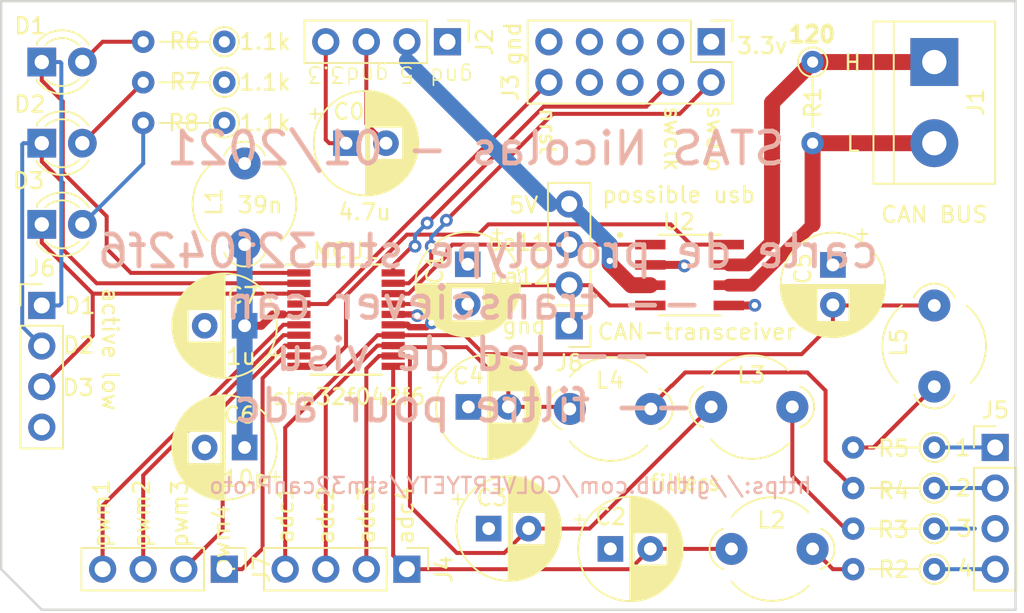
<source format=kicad_pcb>
(kicad_pcb (version 20171130) (host pcbnew 5.1.5+dfsg1-2build2)
  (layers (0 F.Cu signal) (1 In1.Cu power) (2 In2.Cu power) (31 B.Cu signal) (34 B.Paste user) (35 F.Paste user) (36 B.SilkS user) (37 F.SilkS user) (38 B.Mask user) (39 F.Mask user) (44 Edge.Cuts user))
  (net 0 "")
  (net 1 GND)
  (net 2 +3V3)
  (net 3 adc4)
  (net 4 adc3)
  (net 5 adc2)
  (net 6 adc1)
  (net 7 +3.3VA)
  (net 8 led2)
  (net 9 "Net-(D1-Pad2)")
  (net 10 "Net-(D2-Pad2)")
  (net 11 led3)
  (net 12 led4)
  (net 13 "Net-(D3-Pad2)")
  (net 14 CANH)
  (net 15 CANL)
  (net 16 +5V)
  (net 17 swdio)
  (net 18 swclk)
  (net 19 "Net-(J3-Pad6)")
  (net 20 "Net-(J3-Pad7)")
  (net 21 "Net-(J3-Pad8)")
  (net 22 nrst)
  (net 23 "Net-(J5-Pad1)")
  (net 24 "Net-(J5-Pad2)")
  (net 25 "Net-(J5-Pad3)")
  (net 26 "Net-(J5-Pad4)")
  (net 27 pwm4)
  (net 28 pwm3)
  (net 29 pwm2)
  (net 30 pwm1)
  (net 31 can_tx)
  (net 32 can_rx)
  (net 33 "Net-(L2-Pad1)")
  (net 34 "Net-(L3-Pad1)")
  (net 35 "Net-(L4-Pad1)")
  (net 36 "Net-(L5-Pad1)")
  (net 37 can_inh)
  (module Capacitor_THT:CP_Radial_D6.3mm_P2.50mm (layer F.Cu) (at 120.65 105.41)
    (fp_text reference C0 (at 0.1778 -1.9812) (layer F.SilkS))
    (fp_text value 4.7u)
    (pad 2 thru_hole circle (at 2.5 0) (size 1.6 1.6) (drill 0.8) (layers *.Cu *.Mask) (net 1 GND))
    (pad 1 thru_hole rect (at 0 0) (size 1.6 1.6) (drill 0.8) (layers *.Cu *.Mask) (net 2 +3V3))
  )
  (module Capacitor_THT:CP_Radial_D6.3mm_P2.50mm (layer F.Cu) (at 128.27 112.99 270)
    (fp_text reference C1 (at 0.294 2.0574 90) (layer F.SilkS))
    (fp_text value 100n)
    (pad 1 thru_hole rect (at 0 0 270) (size 1.6 1.6) (drill 0.8) (layers *.Cu *.Mask) (net 2 +3V3))
    (pad 2 thru_hole circle (at 2.5 0 270) (size 1.6 1.6) (drill 0.8) (layers *.Cu *.Mask) (net 1 GND))
  )
  (module Capacitor_THT:CP_Radial_D6.3mm_P2.50mm (layer F.Cu) (at 137.2 130.81)
    (fp_text reference C2 (at 0.0108 -2.0066) (layer F.SilkS))
    (fp_text value 4.7u)
    (pad 2 thru_hole circle (at 2.5 0) (size 1.6 1.6) (drill 0.8) (layers *.Cu *.Mask) (net 3 adc4))
    (pad 1 thru_hole rect (at 0 0) (size 1.6 1.6) (drill 0.8) (layers *.Cu *.Mask) (net 1 GND))
  )
  (module Capacitor_THT:CP_Radial_D6.3mm_P2.50mm (layer F.Cu) (at 129.58 129.54)
    (fp_text reference C3 (at 0.2013 -1.9304) (layer F.SilkS))
    (fp_text value 4.7u)
    (pad 1 thru_hole rect (at 0 0) (size 1.6 1.6) (drill 0.8) (layers *.Cu *.Mask) (net 1 GND))
    (pad 2 thru_hole circle (at 2.5 0) (size 1.6 1.6) (drill 0.8) (layers *.Cu *.Mask) (net 4 adc3))
  )
  (module Capacitor_THT:CP_Radial_D6.3mm_P2.50mm (layer F.Cu) (at 128.31 121.92)
    (fp_text reference C4 (at -0.0019 -1.9431) (layer F.SilkS))
    (fp_text value 4.7u)
    (pad 2 thru_hole circle (at 2.5 0) (size 1.6 1.6) (drill 0.8) (layers *.Cu *.Mask) (net 5 adc2))
    (pad 1 thru_hole rect (at 0 0) (size 1.6 1.6) (drill 0.8) (layers *.Cu *.Mask) (net 1 GND))
  )
  (module Capacitor_THT:CP_Radial_D6.3mm_P2.50mm (layer F.Cu) (at 151.13 113.03 270)
    (fp_text reference C5 (at 0.2413 1.8796 90) (layer F.SilkS))
    (fp_text value 4.7u)
    (pad 1 thru_hole rect (at 0 0 270) (size 1.6 1.6) (drill 0.8) (layers *.Cu *.Mask) (net 1 GND))
    (pad 2 thru_hole circle (at 2.5 0 270) (size 1.6 1.6) (drill 0.8) (layers *.Cu *.Mask) (net 6 adc1))
  )
  (module Capacitor_THT:CP_Radial_D6.3mm_P2.50mm (layer F.Cu) (at 114.3 124.46 180)
    (fp_text reference C6 (at 0.3175 2.0193) (layer F.SilkS))
    (fp_text value 1u)
    (pad 1 thru_hole rect (at 0 0 180) (size 1.6 1.6) (drill 0.8) (layers *.Cu *.Mask) (net 7 +3.3VA))
    (pad 2 thru_hole circle (at 2.5 0 180) (size 1.6 1.6) (drill 0.8) (layers *.Cu *.Mask) (net 1 GND))
  )
  (module Capacitor_THT:CP_Radial_D6.3mm_P2.50mm (layer F.Cu) (at 114.3 116.84 180)
    (fp_text reference C7 (at 0.1143 1.8796) (layer F.SilkS))
    (fp_text value 10n)
    (pad 2 thru_hole circle (at 2.5 0 180) (size 1.6 1.6) (drill 0.8) (layers *.Cu *.Mask) (net 1 GND))
    (pad 1 thru_hole rect (at 0 0 180) (size 1.6 1.6) (drill 0.8) (layers *.Cu *.Mask) (net 7 +3.3VA))
  )
  (module LED_THT:LED_D3.0mm (layer F.Cu) (at 101.6 100.33)
    (fp_text reference D1 (at -0.7366 -2.2606) (layer F.SilkS))
    (fp_text value LED)
    (pad 1 thru_hole rect (at 0 0) (size 1.8 1.8) (drill 0.9) (layers *.Cu *.Mask) (net 8 led2))
    (pad 2 thru_hole circle (at 2.54 0) (size 1.8 1.8) (drill 0.9) (layers *.Cu *.Mask) (net 9 "Net-(D1-Pad2)"))
  )
  (module LED_THT:LED_D3.0mm (layer F.Cu) (at 101.6 105.41)
    (fp_text reference D2 (at -0.7493 -2.4384) (layer F.SilkS))
    (fp_text value LED)
    (pad 2 thru_hole circle (at 2.54 0) (size 1.8 1.8) (drill 0.9) (layers *.Cu *.Mask) (net 10 "Net-(D2-Pad2)"))
    (pad 1 thru_hole rect (at 0 0) (size 1.8 1.8) (drill 0.9) (layers *.Cu *.Mask) (net 11 led3))
  )
  (module LED_THT:LED_D3.0mm (layer F.Cu) (at 101.6 110.49)
    (fp_text reference D3 (at -0.8255 -2.7178) (layer F.SilkS))
    (fp_text value LED)
    (pad 1 thru_hole rect (at 0 0) (size 1.8 1.8) (drill 0.9) (layers *.Cu *.Mask) (net 12 led4))
    (pad 2 thru_hole circle (at 2.54 0) (size 1.8 1.8) (drill 0.9) (layers *.Cu *.Mask) (net 13 "Net-(D3-Pad2)"))
  )
  (module TerminalBlock:TerminalBlock_bornier-2_P5.08mm (layer F.Cu) (at 157.48 100.33 270)
    (fp_text reference J1 (at 2.5146 -2.5908 90) (layer F.SilkS))
    (fp_text value Screw_Terminal_01x02)
    (pad 1 thru_hole rect (at 0 0 270) (size 3 3) (drill 1.52) (layers *.Cu *.Mask) (net 14 CANH))
    (pad 2 thru_hole circle (at 5.08 0 270) (size 3 3) (drill 1.52) (layers *.Cu *.Mask) (net 15 CANL))
  )
  (module Connector_PinHeader_2.54mm:PinHeader_1x04_P2.54mm_Vertical (layer F.Cu) (at 127 99.06 270)
    (fp_text reference J2 (at 0 -2.33 90) (layer F.SilkS))
    (fp_text value Conn_01x04_Female)
    (pad 4 thru_hole oval (at 0 7.62 270) (size 1.7 1.7) (drill 1) (layers *.Cu *.Mask) (net 2 +3V3))
    (pad 3 thru_hole oval (at 0 5.08 270) (size 1.7 1.7) (drill 1) (layers *.Cu *.Mask) (net 1 GND))
    (pad 2 thru_hole oval (at 0 2.54 270) (size 1.7 1.7) (drill 1) (layers *.Cu *.Mask) (net 16 +5V))
    (pad 1 thru_hole rect (at 0 0 270) (size 1.7 1.7) (drill 1) (layers *.Cu *.Mask) (net 1 GND))
  )
  (module Connector_PinHeader_2.54mm:PinHeader_2x05_P2.54mm_Vertical (layer F.Cu) (at 143.51 99.06 270)
    (fp_text reference J3 (at 2.8702 12.573 90) (layer F.SilkS))
    (fp_text value Conn_02x05_Odd_Even)
    (pad 1 thru_hole rect (at 0 0 270) (size 1.7 1.7) (drill 1) (layers *.Cu *.Mask) (net 2 +3V3))
    (pad 2 thru_hole oval (at 2.54 0 270) (size 1.7 1.7) (drill 1) (layers *.Cu *.Mask) (net 17 swdio))
    (pad 3 thru_hole oval (at 0 2.54 270) (size 1.7 1.7) (drill 1) (layers *.Cu *.Mask) (net 1 GND))
    (pad 4 thru_hole oval (at 2.54 2.54 270) (size 1.7 1.7) (drill 1) (layers *.Cu *.Mask) (net 18 swclk))
    (pad 5 thru_hole oval (at 0 5.08 270) (size 1.7 1.7) (drill 1) (layers *.Cu *.Mask) (net 1 GND))
    (pad 6 thru_hole oval (at 2.54 5.08 270) (size 1.7 1.7) (drill 1) (layers *.Cu *.Mask) (net 19 "Net-(J3-Pad6)"))
    (pad 7 thru_hole oval (at 0 7.62 270) (size 1.7 1.7) (drill 1) (layers *.Cu *.Mask) (net 20 "Net-(J3-Pad7)"))
    (pad 8 thru_hole oval (at 2.54 7.62 270) (size 1.7 1.7) (drill 1) (layers *.Cu *.Mask) (net 21 "Net-(J3-Pad8)"))
    (pad 9 thru_hole oval (at 0 10.16 270) (size 1.7 1.7) (drill 1) (layers *.Cu *.Mask) (net 1 GND))
    (pad 10 thru_hole oval (at 2.54 10.16 270) (size 1.7 1.7) (drill 1) (layers *.Cu *.Mask) (net 22 nrst))
  )
  (module Connector_PinHeader_2.54mm:PinHeader_1x04_P2.54mm_Vertical (layer F.Cu) (at 124.46 132.08 270)
    (fp_text reference J4 (at 0 -2.33 90) (layer F.SilkS))
    (fp_text value Conn_01x04_Female)
    (pad 4 thru_hole oval (at 0 7.62 270) (size 1.7 1.7) (drill 1) (layers *.Cu *.Mask) (net 6 adc1))
    (pad 3 thru_hole oval (at 0 5.08 270) (size 1.7 1.7) (drill 1) (layers *.Cu *.Mask) (net 5 adc2))
    (pad 2 thru_hole oval (at 0 2.54 270) (size 1.7 1.7) (drill 1) (layers *.Cu *.Mask) (net 4 adc3))
    (pad 1 thru_hole rect (at 0 0 270) (size 1.7 1.7) (drill 1) (layers *.Cu *.Mask) (net 3 adc4))
  )
  (module Connector_PinHeader_2.54mm:PinHeader_1x04_P2.54mm_Vertical (layer F.Cu) (at 161.29 124.46)
    (fp_text reference J5 (at 0 -2.33) (layer F.SilkS))
    (fp_text value Conn_01x04_Female)
    (pad 1 thru_hole rect (at 0 0) (size 1.7 1.7) (drill 1) (layers *.Cu *.Mask) (net 23 "Net-(J5-Pad1)"))
    (pad 2 thru_hole oval (at 0 2.54) (size 1.7 1.7) (drill 1) (layers *.Cu *.Mask) (net 24 "Net-(J5-Pad2)"))
    (pad 3 thru_hole oval (at 0 5.08) (size 1.7 1.7) (drill 1) (layers *.Cu *.Mask) (net 25 "Net-(J5-Pad3)"))
    (pad 4 thru_hole oval (at 0 7.62) (size 1.7 1.7) (drill 1) (layers *.Cu *.Mask) (net 26 "Net-(J5-Pad4)"))
  )
  (module Connector_PinHeader_2.54mm:PinHeader_1x04_P2.54mm_Vertical (layer F.Cu) (at 101.6 115.57)
    (fp_text reference J6 (at 0 -2.33) (layer F.SilkS))
    (fp_text value Conn_01x03_Female)
    (pad 1 thru_hole rect (at 0 0) (size 1.7 1.7) (drill 1) (layers *.Cu *.Mask) (net 8 led2))
    (pad 2 thru_hole oval (at 0 2.54) (size 1.7 1.7) (drill 1) (layers *.Cu *.Mask) (net 11 led3))
    (pad 3 thru_hole oval (at 0 5.08) (size 1.7 1.7) (drill 1) (layers *.Cu *.Mask) (net 12 led4))
    (pad 4 thru_hole oval (at 0 7.62) (size 1.7 1.7) (drill 1) (layers *.Cu *.Mask))
  )
  (module Connector_PinHeader_2.54mm:PinHeader_1x04_P2.54mm_Vertical (layer F.Cu) (at 113.03 132.08 270)
    (fp_text reference J7 (at 0 -2.33 90) (layer F.SilkS))
    (fp_text value Conn_01x04_Female)
    (pad 1 thru_hole rect (at 0 0 270) (size 1.7 1.7) (drill 1) (layers *.Cu *.Mask) (net 27 pwm4))
    (pad 2 thru_hole oval (at 0 2.54 270) (size 1.7 1.7) (drill 1) (layers *.Cu *.Mask) (net 28 pwm3))
    (pad 3 thru_hole oval (at 0 5.08 270) (size 1.7 1.7) (drill 1) (layers *.Cu *.Mask) (net 29 pwm2))
    (pad 4 thru_hole oval (at 0 7.62 270) (size 1.7 1.7) (drill 1) (layers *.Cu *.Mask) (net 30 pwm1))
  )
  (module Connector_PinHeader_2.54mm:PinHeader_1x04_P2.54mm_Vertical (layer F.Cu) (at 134.62 116.84 180)
    (fp_text reference J8 (at 0 -2.33) (layer F.SilkS))
    (fp_text value Conn_01x04_Female)
    (pad 4 thru_hole oval (at 0 7.62 180) (size 1.7 1.7) (drill 1) (layers *.Cu *.Mask) (net 16 +5V))
    (pad 3 thru_hole oval (at 0 5.08 180) (size 1.7 1.7) (drill 1) (layers *.Cu *.Mask) (net 31 can_tx))
    (pad 2 thru_hole oval (at 0 2.54 180) (size 1.7 1.7) (drill 1) (layers *.Cu *.Mask) (net 32 can_rx))
    (pad 1 thru_hole rect (at 0 0 180) (size 1.7 1.7) (drill 1) (layers *.Cu *.Mask) (net 1 GND))
  )
  (module Ferrite_THT:LairdTech_28C0236-0JW-10 (layer F.Cu) (at 114.3 111.76 90)
    (fp_text reference L1 (at 2.6797 -1.9177 90) (layer F.SilkS))
    (fp_text value 39n)
    (pad 2 thru_hole circle (at 5.08 0 90) (size 2 2) (drill 0.8) (layers *.Cu *.Mask) (net 2 +3V3))
    (pad 1 thru_hole circle (at 0 0 90) (size 2 2) (drill 0.8) (layers *.Cu *.Mask) (net 7 +3.3VA))
  )
  (module Ferrite_THT:LairdTech_28C0236-0JW-10 (layer F.Cu) (at 149.86 130.81 180)
    (fp_text reference L2 (at 2.5781 1.8034) (layer F.SilkS))
    (fp_text value 39n)
    (pad 1 thru_hole circle (at 0 0 180) (size 2 2) (drill 0.8) (layers *.Cu *.Mask) (net 33 "Net-(L2-Pad1)"))
    (pad 2 thru_hole circle (at 5.08 0 180) (size 2 2) (drill 0.8) (layers *.Cu *.Mask) (net 3 adc4))
  )
  (module Ferrite_THT:LairdTech_28C0236-0JW-10 (layer F.Cu) (at 148.59 121.92 180)
    (fp_text reference L3 (at 2.5654 1.9939) (layer F.SilkS))
    (fp_text value 39n)
    (pad 2 thru_hole circle (at 5.08 0 180) (size 2 2) (drill 0.8) (layers *.Cu *.Mask) (net 4 adc3))
    (pad 1 thru_hole circle (at 0 0 180) (size 2 2) (drill 0.8) (layers *.Cu *.Mask) (net 34 "Net-(L3-Pad1)"))
  )
  (module Ferrite_THT:LairdTech_28C0236-0JW-10 (layer F.Cu) (at 139.7381 122.047 180)
    (fp_text reference L4 (at 2.5654 1.7907) (layer F.SilkS))
    (fp_text value 39n)
    (pad 1 thru_hole circle (at 0 0 180) (size 2 2) (drill 0.8) (layers *.Cu *.Mask) (net 35 "Net-(L4-Pad1)"))
    (pad 2 thru_hole circle (at 5.08 0 180) (size 2 2) (drill 0.8) (layers *.Cu *.Mask) (net 5 adc2))
  )
  (module Ferrite_THT:LairdTech_28C0236-0JW-10 (layer F.Cu) (at 157.48 120.65 90)
    (fp_text reference L5 (at 2.7686 -2.2352 90) (layer F.SilkS))
    (fp_text value 39n)
    (pad 2 thru_hole circle (at 5.08 0 90) (size 2 2) (drill 0.8) (layers *.Cu *.Mask) (net 6 adc1))
    (pad 1 thru_hole circle (at 0 0 90) (size 2 2) (drill 0.8) (layers *.Cu *.Mask) (net 36 "Net-(L5-Pad1)"))
  )
  (module Package_SO:TSSOP-20_4.4x6.5mm_P0.65mm (layer F.Cu) (at 120.65 116.455)
    (fp_text reference MCU1 (at 0 -4.3) (layer F.SilkS))
    (fp_text value STM32F042F6Px)
    (pad 1 smd rect (at -2.95 -2.925) (size 1.45 0.45) (layers F.Cu F.Paste F.Mask) (net 8 led2))
    (pad 2 smd rect (at -2.95 -2.275) (size 1.45 0.45) (layers F.Cu F.Paste F.Mask) (net 11 led3))
    (pad 3 smd rect (at -2.95 -1.625) (size 1.45 0.45) (layers F.Cu F.Paste F.Mask) (net 12 led4))
    (pad 4 smd rect (at -2.95 -0.975) (size 1.45 0.45) (layers F.Cu F.Paste F.Mask) (net 22 nrst))
    (pad 5 smd rect (at -2.95 -0.325) (size 1.45 0.45) (layers F.Cu F.Paste F.Mask) (net 7 +3.3VA))
    (pad 6 smd rect (at -2.95 0.325) (size 1.45 0.45) (layers F.Cu F.Paste F.Mask) (net 30 pwm1))
    (pad 7 smd rect (at -2.95 0.975) (size 1.45 0.45) (layers F.Cu F.Paste F.Mask) (net 29 pwm2))
    (pad 8 smd rect (at -2.95 1.625) (size 1.45 0.45) (layers F.Cu F.Paste F.Mask) (net 28 pwm3))
    (pad 9 smd rect (at -2.95 2.275) (size 1.45 0.45) (layers F.Cu F.Paste F.Mask) (net 27 pwm4))
    (pad 10 smd rect (at -2.95 2.925) (size 1.45 0.45) (layers F.Cu F.Paste F.Mask) (net 37 can_inh))
    (pad 11 smd rect (at 2.95 2.925) (size 1.45 0.45) (layers F.Cu F.Paste F.Mask) (net 3 adc4))
    (pad 12 smd rect (at 2.95 2.275) (size 1.45 0.45) (layers F.Cu F.Paste F.Mask) (net 4 adc3))
    (pad 13 smd rect (at 2.95 1.625) (size 1.45 0.45) (layers F.Cu F.Paste F.Mask) (net 5 adc2))
    (pad 14 smd rect (at 2.95 0.975) (size 1.45 0.45) (layers F.Cu F.Paste F.Mask) (net 6 adc1))
    (pad 15 smd rect (at 2.95 0.325) (size 1.45 0.45) (layers F.Cu F.Paste F.Mask) (net 1 GND))
    (pad 16 smd rect (at 2.95 -0.325) (size 1.45 0.45) (layers F.Cu F.Paste F.Mask) (net 2 +3V3))
    (pad 17 smd rect (at 2.95 -0.975) (size 1.45 0.45) (layers F.Cu F.Paste F.Mask) (net 32 can_rx))
    (pad 18 smd rect (at 2.95 -1.625) (size 1.45 0.45) (layers F.Cu F.Paste F.Mask) (net 31 can_tx))
    (pad 19 smd rect (at 2.95 -2.275) (size 1.45 0.45) (layers F.Cu F.Paste F.Mask) (net 17 swdio))
    (pad 20 smd rect (at 2.95 -2.925) (size 1.45 0.45) (layers F.Cu F.Paste F.Mask) (net 18 swclk))
  )
  (module Resistor_THT:R_Axial_DIN0204_L3.6mm_D1.6mm_P5.08mm_Vertical (layer F.Cu) (at 149.86 100.33 270)
    (fp_text reference R1 (at 2.54 -0.0127 90) (layer F.SilkS))
    (fp_text value 120)
    (pad 1 thru_hole circle (at 0 0 270) (size 1.4 1.4) (drill 0.7) (layers *.Cu *.Mask) (net 14 CANH))
    (pad 2 thru_hole oval (at 5.08 0 270) (size 1.4 1.4) (drill 0.7) (layers *.Cu *.Mask) (net 15 CANL))
  )
  (module Resistor_THT:R_Axial_DIN0204_L3.6mm_D1.6mm_P5.08mm_Vertical (layer F.Cu) (at 157.48 132.08 180)
    (fp_text reference R2 (at 2.5273 -0.0127) (layer F.SilkS))
    (fp_text value 1.1k)
    (pad 2 thru_hole oval (at 5.08 0 180) (size 1.4 1.4) (drill 0.7) (layers *.Cu *.Mask) (net 33 "Net-(L2-Pad1)"))
    (pad 1 thru_hole circle (at 0 0 180) (size 1.4 1.4) (drill 0.7) (layers *.Cu *.Mask) (net 26 "Net-(J5-Pad4)"))
  )
  (module Resistor_THT:R_Axial_DIN0204_L3.6mm_D1.6mm_P5.08mm_Vertical (layer F.Cu) (at 157.48 129.54 180)
    (fp_text reference R3 (at 2.5654 -0.0635) (layer F.SilkS))
    (fp_text value 1.1k)
    (pad 1 thru_hole circle (at 0 0 180) (size 1.4 1.4) (drill 0.7) (layers *.Cu *.Mask) (net 25 "Net-(J5-Pad3)"))
    (pad 2 thru_hole oval (at 5.08 0 180) (size 1.4 1.4) (drill 0.7) (layers *.Cu *.Mask) (net 34 "Net-(L3-Pad1)"))
  )
  (module Resistor_THT:R_Axial_DIN0204_L3.6mm_D1.6mm_P5.08mm_Vertical (layer F.Cu) (at 157.48 127 180)
    (fp_text reference R4 (at 2.54 -0.1651) (layer F.SilkS))
    (fp_text value 1.1k)
    (pad 1 thru_hole circle (at 0 0 180) (size 1.4 1.4) (drill 0.7) (layers *.Cu *.Mask) (net 24 "Net-(J5-Pad2)"))
    (pad 2 thru_hole oval (at 5.08 0 180) (size 1.4 1.4) (drill 0.7) (layers *.Cu *.Mask) (net 35 "Net-(L4-Pad1)"))
  )
  (module Resistor_THT:R_Axial_DIN0204_L3.6mm_D1.6mm_P5.08mm_Vertical (layer F.Cu) (at 157.48 124.46 180)
    (fp_text reference R5 (at 2.54 -0.0635) (layer F.SilkS))
    (fp_text value 1.1k)
    (pad 2 thru_hole oval (at 5.08 0 180) (size 1.4 1.4) (drill 0.7) (layers *.Cu *.Mask) (net 36 "Net-(L5-Pad1)"))
    (pad 1 thru_hole circle (at 0 0 180) (size 1.4 1.4) (drill 0.7) (layers *.Cu *.Mask) (net 23 "Net-(J5-Pad1)"))
  )
  (module Resistor_THT:R_Axial_DIN0204_L3.6mm_D1.6mm_P5.08mm_Vertical (layer F.Cu) (at 113.03 99.06 180)
    (fp_text reference R6 (at 2.4765 0.0381) (layer F.SilkS))
    (fp_text value 1.1k (at -2.54 0) (layer F.SilkS))
    (pad 2 thru_hole oval (at 5.08 0 180) (size 1.4 1.4) (drill 0.7) (layers *.Cu *.Mask) (net 9 "Net-(D1-Pad2)"))
    (pad 1 thru_hole circle (at 0 0 180) (size 1.4 1.4) (drill 0.7) (layers *.Cu *.Mask) (net 2 +3V3))
  )
  (module Resistor_THT:R_Axial_DIN0204_L3.6mm_D1.6mm_P5.08mm_Vertical (layer F.Cu) (at 113.03 101.6 180)
    (fp_text reference R7 (at 2.4511 0.0381) (layer F.SilkS))
    (fp_text value 1.1k (at -2.54 0) (layer F.SilkS))
    (pad 1 thru_hole circle (at 0 0 180) (size 1.4 1.4) (drill 0.7) (layers *.Cu *.Mask) (net 2 +3V3))
    (pad 2 thru_hole oval (at 5.08 0 180) (size 1.4 1.4) (drill 0.7) (layers *.Cu *.Mask) (net 10 "Net-(D2-Pad2)"))
  )
  (module Resistor_THT:R_Axial_DIN0204_L3.6mm_D1.6mm_P5.08mm_Vertical (layer F.Cu) (at 113.03 104.14 180)
    (fp_text reference R8 (at 2.54 0) (layer F.SilkS))
    (fp_text value 1.1k (at -2.54 0) (layer F.SilkS))
    (pad 2 thru_hole oval (at 5.08 0 180) (size 1.4 1.4) (drill 0.7) (layers *.Cu *.Mask) (net 13 "Net-(D3-Pad2)"))
    (pad 1 thru_hole circle (at 0 0 180) (size 1.4 1.4) (drill 0.7) (layers *.Cu *.Mask) (net 2 +3V3))
  )
  (module stm32f0can:SOIC127P600X175-8N (layer F.Cu) (at 142.155 113.665)
    (fp_text reference U2 (at -0.675 -3.337) (layer F.SilkS))
    (fp_text value IFX1050GVIO)
    (pad 8 smd rect (at 2.455 -1.905) (size 1.9 0.6) (layers F.Cu F.Paste F.Mask) (net 37 can_inh))
    (pad 7 smd rect (at 2.455 -0.635) (size 1.9 0.6) (layers F.Cu F.Paste F.Mask) (net 14 CANH))
    (pad 6 smd rect (at 2.455 0.635) (size 1.9 0.6) (layers F.Cu F.Paste F.Mask) (net 15 CANL))
    (pad 5 smd rect (at 2.455 1.905) (size 1.9 0.6) (layers F.Cu F.Paste F.Mask) (net 2 +3V3))
    (pad 4 smd rect (at -2.455 1.905) (size 1.9 0.6) (layers F.Cu F.Paste F.Mask) (net 32 can_rx))
    (pad 3 smd rect (at -2.455 0.635) (size 1.9 0.6) (layers F.Cu F.Paste F.Mask) (net 16 +5V))
    (pad 2 smd rect (at -2.455 -0.635) (size 1.9 0.6) (layers F.Cu F.Paste F.Mask) (net 1 GND))
    (pad 1 smd rect (at -2.455 -1.905) (size 1.9 0.6) (layers F.Cu F.Paste F.Mask) (net 31 can_tx))
  )
  (gr_text https://github.com/COLVERTYETY/stm32canProto (at 130.937 126.8476) (layer B.SilkS) (effects (font (size 1 1)) (justify mirror)))
  (gr_text "active low" (at 105.8926 118.3132 -90) (layer F.SilkS) (effects (font (size 1 1))))
  (gr_text "possible usb" (at 141.478 108.6358) (layer F.SilkS) (effects (font (size 1 1))))
  (gr_text "STAS Nicolas - 01/2021\n\ncarte de prototype stm32f042f6 \n -- transciever can\n -- led de visu\n -- filtre pour adc" (at 128.778 113.792) (layer B.SilkS) (effects (font (size 2 2) (thickness 0.3)) (justify mirror)))
  (gr_text filters (at 141.8844 126.6698) (layer F.SilkS) (effects (font (size 1 1))))
  (gr_text CAN-transceiver (at 142.5956 117.221) (layer F.SilkS) (effects (font (size 1 1))))
  (gr_text pa12 (at 131.4958 113.7412) (layer F.SilkS) (effects (font (size 1 1))))
  (gr_text pa11 (at 131.3688 111.633) (layer F.SilkS) (effects (font (size 1 1))))
  (gr_text gnd (at 131.8006 116.84) (layer F.SilkS) (effects (font (size 1 1))))
  (gr_text 5V (at 131.7752 109.2962) (layer F.SilkS) (effects (font (size 1 1))))
  (gr_text nrst (at 133.2738 104.6734 -90) (layer F.SilkS) (effects (font (size 1 1))))
  (gr_text "CAN BUS" (at 157.48 109.8804) (layer F.SilkS) (effects (font (size 1 1))))
  (gr_text 4 (at 159.4104 132.0292) (layer F.SilkS) (effects (font (size 1 1))))
  (gr_text 3 (at 159.3596 129.54) (layer F.SilkS) (effects (font (size 1 1))))
  (gr_text 2 (at 159.2834 127) (layer F.SilkS) (effects (font (size 1 1))))
  (gr_text 1 (at 159.258 124.4854) (layer F.SilkS) (effects (font (size 1 1))))
  (gr_text adc4 (at 124.3584 128.7018 90) (layer F.SilkS) (effects (font (size 1 1))))
  (gr_text adc3 (at 121.92 128.6764 90) (layer F.SilkS) (effects (font (size 1 1))))
  (gr_text adc2 (at 119.38 128.7018 90) (layer F.SilkS) (effects (font (size 1 1))))
  (gr_text adc1 (at 116.84 128.651 90) (layer F.SilkS) (effects (font (size 1 1))))
  (gr_text pwm4 (at 112.8522 130.175 90) (layer F.SilkS) (effects (font (size 1 1))))
  (gr_text pwm3 (at 110.236 128.6002 90) (layer F.SilkS) (effects (font (size 1 1))))
  (gr_text pwm2 (at 107.8484 128.6002 90) (layer F.SilkS) (effects (font (size 1 1))))
  (gr_text "pwm1\n" (at 105.3338 128.6002 90) (layer F.SilkS) (effects (font (size 1 1))))
  (gr_text stm32f042f6 (at 120.8278 121.285) (layer F.SilkS) (effects (font (size 1 1))))
  (gr_text 10n (at 114.3635 126.4031) (layer F.SilkS) (effects (font (size 1 1))))
  (gr_text 1u (at 114.0841 118.7704) (layer F.SilkS) (effects (font (size 1 1))))
  (gr_text 39n (at 115.2652 109.2835) (layer F.SilkS) (effects (font (size 1 1))))
  (gr_text 4.7u (at 121.8057 109.728) (layer F.SilkS) (effects (font (size 1 1))))
  (gr_text "D3\n" (at 103.886 120.7135) (layer F.SilkS) (effects (font (size 1 1))))
  (gr_text D2 (at 103.9114 118.0592) (layer F.SilkS) (effects (font (size 1 1))))
  (gr_text D1 (at 103.9876 115.5827) (layer F.SilkS) (effects (font (size 1 1))))
  (gr_text 5 (at 124.4346 101.1047 180) (layer F.SilkS) (effects (font (size 1 1) (thickness 0.1))))
  (gr_text gnd (at 127.2413 101.2444 180) (layer F.SilkS) (effects (font (size 1 1) (thickness 0.1))))
  (gr_text gnd (at 121.9708 101.1809 180) (layer F.SilkS) (effects (font (size 1 1) (thickness 0.1))))
  (gr_text 3.3 (at 119.3927 101.1047 180) (layer F.SilkS) (effects (font (size 1 1) (thickness 0.1))))
  (gr_text gnd (at 131.0894 99.187 90) (layer F.SilkS) (effects (font (size 1 1))))
  (gr_text 3.3v (at 146.6977 99.314) (layer F.SilkS) (effects (font (size 1 1))))
  (gr_text swclk (at 141.0843 105.1306 -90) (layer F.SilkS) (effects (font (size 1 1))))
  (gr_text swdio (at 143.7513 105.156 -90) (layer F.SilkS) (effects (font (size 1 1))))
  (gr_text 120 (at 149.8219 98.6028) (layer F.SilkS) (effects (font (size 1 1) (thickness 0.25))))
  (gr_text "L\n" (at 152.3873 105.4227) (layer F.SilkS) (effects (font (size 1 1))))
  (gr_text H (at 152.3619 100.3808) (layer F.SilkS) (effects (font (size 1 1))))
  (gr_line (start 162.56 96.52) (end 99.06 96.52) (layer Edge.Cuts) (width 0.15))
  (gr_line (start 162.56 134.62) (end 162.56 96.52) (layer Edge.Cuts) (width 0.15))
  (gr_line (start 101.6 134.62) (end 162.56 134.62) (layer Edge.Cuts) (width 0.15))
  (gr_line (start 99.06 132.08) (end 101.6 134.62) (layer Edge.Cuts) (width 0.15))
  (gr_line (start 99.06 96.52) (end 99.06 132.08) (layer Edge.Cuts) (width 0.15))
  (segment (start 121.92 104.18) (end 121.92 99.06) (width 0.25) (layer F.Cu) (net 1))
  (segment (start 123.15 105.41) (end 121.92 104.18) (width 0.25) (layer F.Cu) (net 1))
  (via (at 141.8336 113.0935) (size 0.8) (drill 0.4) (layers F.Cu B.Cu) (net 1))
  (segment (start 141.7701 113.03) (end 141.8336 113.0935) (width 0.25) (layer F.Cu) (net 1))
  (segment (start 139.7 113.03) (end 141.7701 113.03) (width 0.5) (layer F.Cu) (net 1))
  (segment (start 124.635003 116.930001) (end 125.690799 116.930001) (width 0.4) (layer F.Cu) (net 1))
  (segment (start 124.485002 116.78) (end 124.635003 116.930001) (width 0.4) (layer F.Cu) (net 1))
  (segment (start 123.6 116.78) (end 124.485002 116.78) (width 0.4) (layer F.Cu) (net 1))
  (segment (start 125.690799 116.930001) (end 125.9713 116.6495) (width 0.4) (layer F.Cu) (net 1))
  (via (at 125.996837 116.662644) (size 0.8) (drill 0.4) (layers F.Cu B.Cu) (net 1))
  (segment (start 125.983693 116.6495) (end 125.996837 116.662644) (width 0.25) (layer F.Cu) (net 1))
  (segment (start 125.9713 116.6495) (end 125.983693 116.6495) (width 0.25) (layer F.Cu) (net 1))
  (segment (start 127.715 112.99) (end 128.27 112.99) (width 0.25) (layer F.Cu) (net 2))
  (segment (start 119.38 105.19) (end 119.6 105.41) (width 0.25) (layer F.Cu) (net 2))
  (segment (start 119.6 105.41) (end 120.65 105.41) (width 0.25) (layer F.Cu) (net 2))
  (segment (start 119.38 99.06) (end 119.38 105.19) (width 0.25) (layer F.Cu) (net 2))
  (via (at 146.2405 115.5573) (size 0.8) (drill 0.4) (layers F.Cu B.Cu) (net 2))
  (segment (start 146.2278 115.57) (end 146.2405 115.5573) (width 0.25) (layer F.Cu) (net 2))
  (segment (start 144.61 115.57) (end 146.2278 115.57) (width 0.5) (layer F.Cu) (net 2))
  (via (at 125.1077 116.205) (size 0.8) (drill 0.4) (layers F.Cu B.Cu) (net 2))
  (segment (start 125.0327 116.13) (end 125.1077 116.205) (width 0.4) (layer F.Cu) (net 2))
  (segment (start 123.6 116.13) (end 125.0327 116.13) (width 0.4) (layer F.Cu) (net 2))
  (segment (start 123.6 131.22) (end 124.46 132.08) (width 0.25) (layer F.Cu) (net 3))
  (segment (start 123.6 119.38) (end 123.6 131.22) (width 0.25) (layer F.Cu) (net 3))
  (segment (start 138.43 132.08) (end 139.7 130.81) (width 0.25) (layer F.Cu) (net 3))
  (segment (start 124.46 132.08) (end 138.43 132.08) (width 0.25) (layer F.Cu) (net 3))
  (segment (start 144.78 130.81) (end 139.7 130.81) (width 0.25) (layer F.Cu) (net 3))
  (segment (start 121.92 130.877919) (end 121.92 132.08) (width 0.25) (layer F.Cu) (net 4))
  (segment (start 121.92 119.524998) (end 121.92 130.877919) (width 0.25) (layer F.Cu) (net 4))
  (segment (start 122.714998 118.73) (end 121.92 119.524998) (width 0.25) (layer F.Cu) (net 4))
  (segment (start 123.6 118.73) (end 122.714998 118.73) (width 0.25) (layer F.Cu) (net 4))
  (segment (start 135.89 129.54) (end 143.51 121.92) (width 0.25) (layer F.Cu) (net 4))
  (segment (start 132.08 129.54) (end 135.89 129.54) (width 0.25) (layer F.Cu) (net 4))
  (segment (start 124.575 118.73) (end 123.6 118.73) (width 0.25) (layer F.Cu) (net 4))
  (segment (start 124.650001 118.805001) (end 124.575 118.73) (width 0.25) (layer F.Cu) (net 4))
  (segment (start 124.650001 128.129801) (end 124.650001 118.805001) (width 0.25) (layer F.Cu) (net 4))
  (segment (start 130.556 131.064) (end 127.5842 131.064) (width 0.25) (layer F.Cu) (net 4))
  (segment (start 127.5842 131.064) (end 124.650001 128.129801) (width 0.25) (layer F.Cu) (net 4))
  (segment (start 132.08 129.54) (end 130.556 131.064) (width 0.25) (layer F.Cu) (net 4))
  (segment (start 119.38 130.877919) (end 119.38 132.08) (width 0.25) (layer F.Cu) (net 5))
  (segment (start 122.625 118.08) (end 119.38 121.325) (width 0.25) (layer F.Cu) (net 5))
  (segment (start 119.38 121.325) (end 119.38 130.877919) (width 0.25) (layer F.Cu) (net 5))
  (segment (start 123.6 118.08) (end 122.625 118.08) (width 0.25) (layer F.Cu) (net 5))
  (segment (start 123.500001 118.179999) (end 123.6 118.08) (width 0.25) (layer F.Cu) (net 5))
  (segment (start 128.201369 118.179999) (end 123.500001 118.179999) (width 0.25) (layer F.Cu) (net 5))
  (segment (start 130.81 120.78863) (end 128.201369 118.179999) (width 0.25) (layer F.Cu) (net 5))
  (segment (start 130.81 121.92) (end 130.81 120.78863) (width 0.25) (layer F.Cu) (net 5))
  (segment (start 130.81 121.92) (end 134.62 121.92) (width 0.25) (layer F.Cu) (net 5))
  (segment (start 116.84 130.877919) (end 116.84 132.08) (width 0.25) (layer F.Cu) (net 6))
  (segment (start 122.625 117.43) (end 116.84 123.215) (width 0.25) (layer F.Cu) (net 6))
  (segment (start 123.6 117.43) (end 122.625 117.43) (width 0.25) (layer F.Cu) (net 6))
  (segment (start 151.17 115.57) (end 151.13 115.53) (width 0.25) (layer F.Cu) (net 6))
  (segment (start 157.48 115.57) (end 151.17 115.57) (width 0.25) (layer F.Cu) (net 6))
  (segment (start 124.575 117.43) (end 123.6 117.43) (width 0.25) (layer F.Cu) (net 6))
  (segment (start 128.08778 117.43) (end 124.575 117.43) (width 0.25) (layer F.Cu) (net 6))
  (segment (start 129.27578 118.618) (end 128.08778 117.43) (width 0.25) (layer F.Cu) (net 6))
  (segment (start 149.17337 118.618) (end 129.27578 118.618) (width 0.25) (layer F.Cu) (net 6))
  (segment (start 151.13 116.66137) (end 149.17337 118.618) (width 0.25) (layer F.Cu) (net 6))
  (segment (start 151.13 115.53) (end 151.13 116.66137) (width 0.25) (layer F.Cu) (net 6))
  (segment (start 116.84 123.215) (end 116.84 130.877919) (width 0.25) (layer F.Cu) (net 6))
  (segment (start 116.725 116.13) (end 117.7 116.13) (width 0.3) (layer F.Cu) (net 7))
  (segment (start 116.06 116.13) (end 116.725 116.13) (width 0.5) (layer F.Cu) (net 7))
  (segment (start 115.35 116.84) (end 116.06 116.13) (width 0.5) (layer F.Cu) (net 7))
  (segment (start 114.3 116.84) (end 115.35 116.84) (width 0.5) (layer F.Cu) (net 7))
  (segment (start 114.3 116.84) (end 114.3 111.76) (width 1) (layer B.Cu) (net 7))
  (segment (start 114.3 124.46) (end 114.3 116.84) (width 1) (layer B.Cu) (net 7))
  (segment (start 102.914999 107.238589) (end 105.664 109.98759) (width 0.25) (layer F.Cu) (net 8))
  (segment (start 102.914999 102.794999) (end 102.914999 107.238589) (width 0.25) (layer F.Cu) (net 8))
  (segment (start 101.6 101.48) (end 102.914999 102.794999) (width 0.25) (layer F.Cu) (net 8))
  (segment (start 101.6 100.33) (end 101.6 101.48) (width 0.25) (layer F.Cu) (net 8))
  (segment (start 116.725 113.53) (end 117.7 113.53) (width 0.25) (layer F.Cu) (net 8))
  (segment (start 107.18 113.53) (end 116.725 113.53) (width 0.25) (layer F.Cu) (net 8))
  (segment (start 105.664 112.014) (end 107.18 113.53) (width 0.25) (layer F.Cu) (net 8))
  (segment (start 105.664 109.98759) (end 105.664 112.014) (width 0.25) (layer F.Cu) (net 8))
  (segment (start 102.75 100.33) (end 101.6 100.33) (width 0.25) (layer B.Cu) (net 8))
  (segment (start 102.825001 115.444999) (end 102.825001 100.405001) (width 0.25) (layer B.Cu) (net 8))
  (segment (start 102.7 115.57) (end 102.825001 115.444999) (width 0.25) (layer B.Cu) (net 8))
  (segment (start 102.825001 100.405001) (end 102.75 100.33) (width 0.25) (layer B.Cu) (net 8))
  (segment (start 101.6 115.57) (end 102.7 115.57) (width 0.25) (layer B.Cu) (net 8))
  (segment (start 105.41 99.06) (end 107.95 99.06) (width 0.25) (layer F.Cu) (net 9))
  (segment (start 104.14 100.33) (end 105.41 99.06) (width 0.25) (layer F.Cu) (net 9))
  (segment (start 104.14 105.41) (end 107.95 101.6) (width 0.25) (layer F.Cu) (net 10))
  (segment (start 102.914999 107.874999) (end 102.914999 112.058999) (width 0.25) (layer F.Cu) (net 11))
  (segment (start 101.6 106.56) (end 102.914999 107.874999) (width 0.25) (layer F.Cu) (net 11))
  (segment (start 101.6 105.41) (end 101.6 106.56) (width 0.25) (layer F.Cu) (net 11))
  (segment (start 105.036 114.18) (end 117.7 114.18) (width 0.25) (layer F.Cu) (net 11))
  (segment (start 102.914999 112.058999) (end 105.036 114.18) (width 0.25) (layer F.Cu) (net 11))
  (segment (start 100.45 105.41) (end 101.6 105.41) (width 0.25) (layer B.Cu) (net 11))
  (segment (start 100.374999 105.485001) (end 100.45 105.41) (width 0.25) (layer B.Cu) (net 11))
  (segment (start 100.374999 116.884999) (end 100.374999 105.485001) (width 0.25) (layer B.Cu) (net 11))
  (segment (start 101.6 118.11) (end 100.374999 116.884999) (width 0.25) (layer B.Cu) (net 11))
  (segment (start 116.725 114.83) (end 117.7 114.83) (width 0.25) (layer F.Cu) (net 12))
  (segment (start 104.79 114.83) (end 116.725 114.83) (width 0.25) (layer F.Cu) (net 12))
  (segment (start 101.6 111.64) (end 104.79 114.83) (width 0.25) (layer F.Cu) (net 12))
  (segment (start 101.6 110.49) (end 101.6 111.64) (width 0.25) (layer F.Cu) (net 12))
  (segment (start 104.79 117.46) (end 104.79 114.83) (width 0.25) (layer F.Cu) (net 12))
  (segment (start 101.6 120.65) (end 104.79 117.46) (width 0.25) (layer F.Cu) (net 12))
  (segment (start 104.14 110.49) (end 104.14 109.720001) (width 0.25) (layer F.Cu) (net 13))
  (segment (start 107.95 106.68) (end 107.95 104.14) (width 0.25) (layer B.Cu) (net 13))
  (segment (start 104.14 110.49) (end 107.95 106.68) (width 0.25) (layer B.Cu) (net 13))
  (segment (start 145.81 113.03) (end 147.32 111.52) (width 0.8) (layer F.Cu) (net 14))
  (segment (start 144.61 113.03) (end 145.81 113.03) (width 0.8) (layer F.Cu) (net 14))
  (segment (start 147.32 102.87) (end 149.86 100.33) (width 1) (layer F.Cu) (net 14))
  (segment (start 147.32 111.52) (end 147.32 102.87) (width 1) (layer F.Cu) (net 14))
  (segment (start 149.86 100.33) (end 157.48 100.33) (width 1) (layer F.Cu) (net 14))
  (segment (start 144.61 114.3) (end 146.05 114.3) (width 0.8) (layer F.Cu) (net 15))
  (segment (start 149.86 110.49) (end 149.86 105.41) (width 1) (layer F.Cu) (net 15))
  (segment (start 146.05 114.3) (end 149.86 110.49) (width 0.8) (layer F.Cu) (net 15))
  (segment (start 149.86 105.41) (end 157.48 105.41) (width 1) (layer F.Cu) (net 15))
  (segment (start 138.5 114.3) (end 137.16 112.96) (width 1) (layer F.Cu) (net 16))
  (segment (start 139.7 114.3) (end 138.5 114.3) (width 1) (layer F.Cu) (net 16))
  (via (at 137.16 112.776) (size 0.8) (drill 0.4) (layers F.Cu B.Cu) (net 16))
  (segment (start 137.16 112.96) (end 137.16 112.776) (width 1) (layer F.Cu) (net 16))
  (segment (start 137.16 111.76) (end 134.62 109.22) (width 1) (layer B.Cu) (net 16))
  (segment (start 137.16 112.776) (end 137.16 111.76) (width 1) (layer B.Cu) (net 16))
  (segment (start 133.417919 109.22) (end 134.62 109.22) (width 0.25) (layer B.Cu) (net 16))
  (segment (start 124.46 100.262081) (end 133.417919 109.22) (width 1) (layer B.Cu) (net 16))
  (segment (start 124.46 99.06) (end 124.46 100.262081) (width 0.25) (layer B.Cu) (net 16))
  (via (at 125.984 111.859998) (size 0.8) (drill 0.4) (layers F.Cu B.Cu) (net 17))
  (segment (start 125.984 112.771) (end 125.984 111.859998) (width 0.25) (layer F.Cu) (net 17))
  (segment (start 124.575 114.18) (end 125.984 112.771) (width 0.25) (layer F.Cu) (net 17))
  (segment (start 123.6 114.18) (end 124.575 114.18) (width 0.25) (layer F.Cu) (net 17))
  (via (at 126.930856 110.234448) (size 0.8) (drill 0.4) (layers F.Cu B.Cu) (net 17))
  (segment (start 125.984 111.294313) (end 125.984 111.859998) (width 0.25) (layer B.Cu) (net 17))
  (segment (start 126.746 110.419303) (end 126.746 110.532313) (width 0.25) (layer B.Cu) (net 17))
  (segment (start 126.746 110.532313) (end 125.984 111.294313) (width 0.25) (layer B.Cu) (net 17))
  (segment (start 126.755305 110.409998) (end 126.746 110.419303) (width 0.25) (layer B.Cu) (net 17))
  (segment (start 127 110.236) (end 126.755305 110.409998) (width 0.25) (layer B.Cu) (net 17))
  (segment (start 126.998448 110.234448) (end 127 110.236) (width 0.25) (layer B.Cu) (net 17))
  (segment (start 126.930856 110.234448) (end 126.998448 110.234448) (width 0.25) (layer B.Cu) (net 17))
  (segment (start 142.660001 102.449999) (end 143.51 101.6) (width 0.25) (layer F.Cu) (net 17))
  (segment (start 141.535991 103.574009) (end 142.660001 102.449999) (width 0.25) (layer F.Cu) (net 17))
  (segment (start 133.591295 103.574009) (end 141.535991 103.574009) (width 0.25) (layer F.Cu) (net 17))
  (segment (start 126.930856 110.234448) (end 133.591295 103.574009) (width 0.25) (layer F.Cu) (net 17))
  (segment (start 123.6 113.055) (end 124.6775 111.9775) (width 0.25) (layer F.Cu) (net 18))
  (segment (start 123.6 113.53) (end 123.6 113.055) (width 0.25) (layer F.Cu) (net 18))
  (segment (start 124.6775 111.9775) (end 124.895 111.76) (width 0.25) (layer F.Cu) (net 18))
  (via (at 124.968 111.859998) (size 0.8) (drill 0.4) (layers F.Cu B.Cu) (net 18))
  (segment (start 124.895 111.786998) (end 124.968 111.859998) (width 0.25) (layer F.Cu) (net 18))
  (segment (start 124.895 111.76) (end 124.895 111.786998) (width 0.25) (layer F.Cu) (net 18))
  (via (at 125.73 110.409998) (size 0.8) (drill 0.4) (layers F.Cu B.Cu) (net 18))
  (segment (start 124.968 111.171998) (end 125.73 110.409998) (width 0.25) (layer B.Cu) (net 18))
  (segment (start 124.968 111.859998) (end 124.968 111.171998) (width 0.25) (layer B.Cu) (net 18))
  (segment (start 125.73 110.409998) (end 133.015998 103.124) (width 0.25) (layer F.Cu) (net 18))
  (segment (start 139.446 103.124) (end 140.97 101.6) (width 0.25) (layer F.Cu) (net 18))
  (segment (start 133.015998 103.124) (end 139.446 103.124) (width 0.25) (layer F.Cu) (net 18))
  (segment (start 119.47 115.48) (end 133.35 101.6) (width 0.25) (layer F.Cu) (net 22))
  (segment (start 117.7 115.48) (end 119.47 115.48) (width 0.25) (layer F.Cu) (net 22))
  (segment (start 157.48 124.46) (end 160.02 124.46) (width 0.25) (layer B.Cu) (net 23))
  (segment (start 161.29 124.46) (end 160.02 124.46) (width 0.25) (layer B.Cu) (net 23))
  (segment (start 157.48 127) (end 160.02 127) (width 0.25) (layer B.Cu) (net 24))
  (segment (start 161.29 127) (end 160.02 127) (width 0.25) (layer B.Cu) (net 24))
  (segment (start 158.817919 129.54) (end 157.48 129.54) (width 0.25) (layer B.Cu) (net 25))
  (segment (start 160.02 129.54) (end 158.817919 129.54) (width 0.25) (layer B.Cu) (net 25))
  (segment (start 159.893 132.08) (end 157.48 132.08) (width 0.25) (layer B.Cu) (net 26))
  (segment (start 161.29 132.08) (end 159.893 132.08) (width 0.25) (layer B.Cu) (net 26))
  (segment (start 114.13 132.08) (end 113.03 132.08) (width 0.25) (layer F.Cu) (net 27))
  (segment (start 115.425001 130.784999) (end 114.13 132.08) (width 0.25) (layer F.Cu) (net 27))
  (segment (start 115.425001 120.119997) (end 115.425001 130.784999) (width 0.25) (layer F.Cu) (net 27))
  (segment (start 116.814998 118.73) (end 115.425001 120.119997) (width 0.25) (layer F.Cu) (net 27))
  (segment (start 117.7 118.73) (end 116.814998 118.73) (width 0.25) (layer F.Cu) (net 27))
  (segment (start 111.339999 131.230001) (end 110.49 132.08) (width 0.25) (layer F.Cu) (net 28))
  (segment (start 112.925001 129.644999) (end 111.339999 131.230001) (width 0.25) (layer F.Cu) (net 28))
  (segment (start 116.814998 118.08) (end 112.925001 121.969997) (width 0.25) (layer F.Cu) (net 28))
  (segment (start 112.925001 121.969997) (end 112.925001 129.644999) (width 0.25) (layer F.Cu) (net 28))
  (segment (start 117.7 118.08) (end 116.814998 118.08) (width 0.25) (layer F.Cu) (net 28))
  (segment (start 107.95 130.877919) (end 107.95 132.08) (width 0.25) (layer F.Cu) (net 29))
  (segment (start 107.95 126.205) (end 107.95 130.877919) (width 0.25) (layer F.Cu) (net 29))
  (segment (start 116.725 117.43) (end 107.95 126.205) (width 0.25) (layer F.Cu) (net 29))
  (segment (start 117.7 117.43) (end 116.725 117.43) (width 0.25) (layer F.Cu) (net 29))
  (segment (start 105.41 130.877919) (end 105.41 132.08) (width 0.25) (layer F.Cu) (net 30))
  (segment (start 105.41 128.095) (end 105.41 130.877919) (width 0.25) (layer F.Cu) (net 30))
  (segment (start 116.725 116.78) (end 105.41 128.095) (width 0.25) (layer F.Cu) (net 30))
  (segment (start 117.7 116.78) (end 116.725 116.78) (width 0.25) (layer F.Cu) (net 30))
  (segment (start 124.575 114.83) (end 127 112.405) (width 0.25) (layer F.Cu) (net 31))
  (segment (start 123.6 114.83) (end 124.575 114.83) (width 0.25) (layer F.Cu) (net 31))
  (segment (start 133.417919 111.76) (end 134.62 111.76) (width 0.25) (layer F.Cu) (net 31))
  (segment (start 127.314998 111.76) (end 133.417919 111.76) (width 0.25) (layer F.Cu) (net 31))
  (segment (start 127 112.074998) (end 127.314998 111.76) (width 0.25) (layer F.Cu) (net 31))
  (segment (start 127 112.405) (end 127 112.074998) (width 0.25) (layer F.Cu) (net 31))
  (segment (start 134.62 111.76) (end 139.7 111.76) (width 0.25) (layer F.Cu) (net 31))
  (segment (start 123.6 115.48) (end 125.82 115.48) (width 0.25) (layer F.Cu) (net 32))
  (segment (start 127 114.3) (end 134.62 114.3) (width 0.25) (layer F.Cu) (net 32))
  (segment (start 125.82 115.48) (end 127 114.3) (width 0.25) (layer F.Cu) (net 32))
  (segment (start 134.62 114.3) (end 135.89 114.3) (width 0.25) (layer F.Cu) (net 32))
  (segment (start 137.16 115.57) (end 139.7 115.57) (width 0.25) (layer F.Cu) (net 32))
  (segment (start 135.89 114.3) (end 137.16 115.57) (width 0.25) (layer F.Cu) (net 32))
  (segment (start 151.13 132.08) (end 152.4 132.08) (width 0.25) (layer F.Cu) (net 33))
  (segment (start 149.86 130.81) (end 151.13 132.08) (width 0.25) (layer F.Cu) (net 33))
  (segment (start 148.59 123.334213) (end 148.59 121.92) (width 0.25) (layer F.Cu) (net 34))
  (segment (start 148.59 126.238) (end 148.59 123.334213) (width 0.25) (layer F.Cu) (net 34))
  (segment (start 151.892 129.54) (end 148.59 126.238) (width 0.25) (layer F.Cu) (net 34))
  (segment (start 152.4 129.54) (end 151.892 129.54) (width 0.25) (layer F.Cu) (net 34))
  (segment (start 151.374999 125.974999) (end 152.4 127) (width 0.25) (layer F.Cu) (net 35))
  (segment (start 151.349599 125.974999) (end 151.374999 125.974999) (width 0.25) (layer F.Cu) (net 35))
  (segment (start 150.6728 125.2982) (end 151.349599 125.974999) (width 0.25) (layer F.Cu) (net 35))
  (segment (start 150.6728 120.904) (end 150.6728 125.2982) (width 0.25) (layer F.Cu) (net 35))
  (segment (start 149.5298 119.761) (end 150.6728 120.904) (width 0.25) (layer F.Cu) (net 35))
  (segment (start 141.8844 119.761) (end 149.5298 119.761) (width 0.25) (layer F.Cu) (net 35))
  (segment (start 141.050401 120.594999) (end 141.8844 119.761) (width 0.25) (layer F.Cu) (net 35))
  (segment (start 141.025001 120.594999) (end 141.050401 120.594999) (width 0.25) (layer F.Cu) (net 35))
  (segment (start 139.7 121.92) (end 141.025001 120.594999) (width 0.25) (layer F.Cu) (net 35))
  (segment (start 153.67 124.46) (end 157.48 120.65) (width 0.25) (layer F.Cu) (net 36))
  (segment (start 152.4 124.46) (end 153.67 124.46) (width 0.25) (layer F.Cu) (net 36))
  (segment (start 117.7 119.38) (end 119.38 119.38) (width 0.25) (layer F.Cu) (net 37))
  (segment (start 119.38 119.38) (end 120.65 118.11) (width 0.25) (layer F.Cu) (net 37))
  (segment (start 120.65 114.944998) (end 124.46 111.134998) (width 0.25) (layer F.Cu) (net 37))
  (segment (start 120.65 118.11) (end 120.65 114.944998) (width 0.25) (layer F.Cu) (net 37))
  (segment (start 128.914998 111.134998) (end 129.559996 110.49) (width 0.25) (layer F.Cu) (net 37))
  (segment (start 124.46 111.134998) (end 128.914998 111.134998) (width 0.25) (layer F.Cu) (net 37))
  (segment (start 129.559996 110.49) (end 140.97 110.49) (width 0.25) (layer F.Cu) (net 37))
  (segment (start 140.97 110.49) (end 142.24 111.76) (width 0.25) (layer F.Cu) (net 37))
  (segment (start 143.51 111.76) (end 144.61 111.76) (width 0.25) (layer F.Cu) (net 37))
  (segment (start 142.24 111.76) (end 143.51 111.76) (width 0.25) (layer F.Cu) (net 37))
)
</source>
